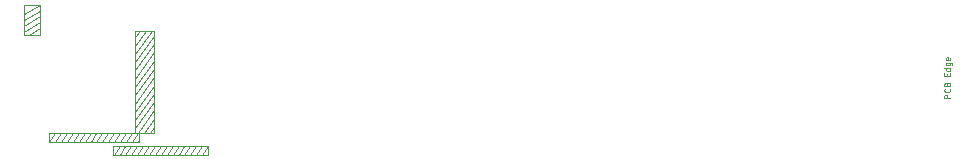
<source format=gbr>
%TF.GenerationSoftware,KiCad,Pcbnew,4.0.7*%
%TF.CreationDate,2018-01-21T21:24:05+02:00*%
%TF.ProjectId,OilMeteo_V2.0,4F696C4D6574656F5F56322E302E6B69,rev?*%
%TF.FileFunction,Drawing*%
%FSLAX46Y46*%
G04 Gerber Fmt 4.6, Leading zero omitted, Abs format (unit mm)*
G04 Created by KiCad (PCBNEW 4.0.7) date 01/21/18 21:24:05*
%MOMM*%
%LPD*%
G01*
G04 APERTURE LIST*
%ADD10C,0.100000*%
%ADD11C,0.080000*%
G04 APERTURE END LIST*
D10*
X120600000Y-47450000D02*
X119700000Y-48700000D01*
X120600000Y-48150000D02*
X120200000Y-48700000D01*
X120600000Y-46050000D02*
X119000000Y-48275000D01*
X119200000Y-48700000D02*
X120600000Y-46750000D01*
X118700000Y-49400000D02*
X119200000Y-48700000D01*
X119200000Y-49400000D02*
X119300000Y-49250000D01*
X118200000Y-49400000D02*
X118700000Y-48700000D01*
X117700000Y-49400000D02*
X118200000Y-48700000D01*
X117200000Y-49400000D02*
X117700000Y-48700000D01*
X116700000Y-49400000D02*
X117200000Y-48700000D01*
X116200000Y-49400000D02*
X116700000Y-48700000D01*
X115700000Y-49400000D02*
X116200000Y-48700000D01*
X115200000Y-49400000D02*
X115700000Y-48700000D01*
X114700000Y-49400000D02*
X115200000Y-48700000D01*
X114200000Y-49400000D02*
X114700000Y-48700000D01*
X113700000Y-49400000D02*
X114200000Y-48700000D01*
X113200000Y-49400000D02*
X113700000Y-48700000D01*
X112700000Y-49400000D02*
X113200000Y-48700000D01*
X112200000Y-49400000D02*
X112700000Y-48700000D01*
X111700000Y-49400000D02*
X112200000Y-48700000D01*
X117650000Y-49750000D02*
X117150000Y-50500000D01*
X118150000Y-49750000D02*
X117650000Y-50500000D01*
X118650000Y-49750000D02*
X118150000Y-50500000D01*
X119150000Y-49750000D02*
X118650000Y-50500000D01*
X119650000Y-49750000D02*
X119150000Y-50500000D01*
X120150000Y-49750000D02*
X119650000Y-50500000D01*
X120650000Y-49750000D02*
X120150000Y-50500000D01*
X121150000Y-49750000D02*
X120650000Y-50500000D01*
X121650000Y-49750000D02*
X121150000Y-50500000D01*
X122150000Y-49750000D02*
X121650000Y-50500000D01*
X122650000Y-49750000D02*
X122150000Y-50500000D01*
X123150000Y-49750000D02*
X122650000Y-50500000D01*
X123650000Y-49750000D02*
X123150000Y-50500000D01*
X124150000Y-49750000D02*
X123650000Y-50500000D01*
X124650000Y-49750000D02*
X124150000Y-50500000D01*
X125150000Y-49750000D02*
X124650000Y-50500000D01*
X110900000Y-39800000D02*
X110000000Y-40350000D01*
X110900000Y-39300000D02*
X109550000Y-40100000D01*
X110900000Y-38800000D02*
X109550000Y-39600000D01*
X110900000Y-38300000D02*
X109550000Y-39100000D01*
X110900000Y-37800000D02*
X109550000Y-38600000D01*
X117100000Y-50500000D02*
X125150000Y-50500000D01*
X117100000Y-49750000D02*
X117100000Y-50500000D01*
X125150000Y-49750000D02*
X117100000Y-49750000D01*
X125150000Y-50500000D02*
X125150000Y-49750000D01*
X111700000Y-49400000D02*
X119300000Y-49400000D01*
X111700000Y-48700000D02*
X111700000Y-49400000D01*
X120600000Y-48700000D02*
X111700000Y-48700000D01*
X119300000Y-49400000D02*
X119300000Y-48700000D01*
X109550000Y-40350000D02*
X110900000Y-40350000D01*
X109550000Y-37800000D02*
X109550000Y-40350000D01*
X110900000Y-37800000D02*
X109550000Y-37800000D01*
X110900000Y-40350000D02*
X110900000Y-37800000D01*
X119000000Y-40000000D02*
X119000000Y-48700000D01*
X120600000Y-40000000D02*
X119000000Y-40000000D01*
X120600000Y-48700000D02*
X120600000Y-40000000D01*
X120600000Y-45350000D02*
X119000000Y-47575000D01*
X120600000Y-44650000D02*
X119000000Y-46875000D01*
X120600000Y-43950000D02*
X119000000Y-46175000D01*
X120600000Y-43250000D02*
X119000000Y-45475000D01*
X120600000Y-42550000D02*
X119000000Y-44775000D01*
X120600000Y-41850000D02*
X119000000Y-44075000D01*
X120600000Y-41150000D02*
X119000000Y-43375000D01*
X120600000Y-40450000D02*
X119000000Y-42675000D01*
X120400000Y-40000000D02*
X119000000Y-41975000D01*
X119900000Y-40000000D02*
X119000000Y-41275000D01*
X119400000Y-40000000D02*
X119000000Y-40575000D01*
D11*
X187976190Y-45714285D02*
X187476190Y-45714285D01*
X187476190Y-45523809D01*
X187500000Y-45476190D01*
X187523810Y-45452381D01*
X187571429Y-45428571D01*
X187642857Y-45428571D01*
X187690476Y-45452381D01*
X187714286Y-45476190D01*
X187738095Y-45523809D01*
X187738095Y-45714285D01*
X187928571Y-44928571D02*
X187952381Y-44952381D01*
X187976190Y-45023809D01*
X187976190Y-45071428D01*
X187952381Y-45142857D01*
X187904762Y-45190476D01*
X187857143Y-45214285D01*
X187761905Y-45238095D01*
X187690476Y-45238095D01*
X187595238Y-45214285D01*
X187547619Y-45190476D01*
X187500000Y-45142857D01*
X187476190Y-45071428D01*
X187476190Y-45023809D01*
X187500000Y-44952381D01*
X187523810Y-44928571D01*
X187714286Y-44547619D02*
X187738095Y-44476190D01*
X187761905Y-44452381D01*
X187809524Y-44428571D01*
X187880952Y-44428571D01*
X187928571Y-44452381D01*
X187952381Y-44476190D01*
X187976190Y-44523809D01*
X187976190Y-44714285D01*
X187476190Y-44714285D01*
X187476190Y-44547619D01*
X187500000Y-44500000D01*
X187523810Y-44476190D01*
X187571429Y-44452381D01*
X187619048Y-44452381D01*
X187666667Y-44476190D01*
X187690476Y-44500000D01*
X187714286Y-44547619D01*
X187714286Y-44714285D01*
X187714286Y-43833333D02*
X187714286Y-43666667D01*
X187976190Y-43595238D02*
X187976190Y-43833333D01*
X187476190Y-43833333D01*
X187476190Y-43595238D01*
X187976190Y-43166667D02*
X187476190Y-43166667D01*
X187952381Y-43166667D02*
X187976190Y-43214286D01*
X187976190Y-43309524D01*
X187952381Y-43357143D01*
X187928571Y-43380952D01*
X187880952Y-43404762D01*
X187738095Y-43404762D01*
X187690476Y-43380952D01*
X187666667Y-43357143D01*
X187642857Y-43309524D01*
X187642857Y-43214286D01*
X187666667Y-43166667D01*
X187642857Y-42714286D02*
X188047619Y-42714286D01*
X188095238Y-42738095D01*
X188119048Y-42761905D01*
X188142857Y-42809524D01*
X188142857Y-42880952D01*
X188119048Y-42928571D01*
X187952381Y-42714286D02*
X187976190Y-42761905D01*
X187976190Y-42857143D01*
X187952381Y-42904762D01*
X187928571Y-42928571D01*
X187880952Y-42952381D01*
X187738095Y-42952381D01*
X187690476Y-42928571D01*
X187666667Y-42904762D01*
X187642857Y-42857143D01*
X187642857Y-42761905D01*
X187666667Y-42714286D01*
X187952381Y-42285714D02*
X187976190Y-42333333D01*
X187976190Y-42428571D01*
X187952381Y-42476190D01*
X187904762Y-42500000D01*
X187714286Y-42500000D01*
X187666667Y-42476190D01*
X187642857Y-42428571D01*
X187642857Y-42333333D01*
X187666667Y-42285714D01*
X187714286Y-42261905D01*
X187761905Y-42261905D01*
X187809524Y-42500000D01*
M02*

</source>
